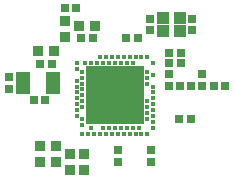
<source format=gts>
G04*
G04 #@! TF.GenerationSoftware,Altium Limited,Altium Designer,19.0.15 (446)*
G04*
G04 Layer_Color=8388736*
%FSLAX24Y24*%
%MOIN*%
G70*
G01*
G75*
%ADD23R,0.0296X0.0257*%
%ADD24R,0.0316X0.0257*%
%ADD25R,0.0257X0.0296*%
%ADD26R,0.0375X0.0355*%
%ADD27R,0.0434X0.0395*%
%ADD28R,0.0355X0.0375*%
%ADD29C,0.0148*%
%ADD30R,0.1949X0.1949*%
%ADD31R,0.0454X0.0769*%
D23*
X2205Y1073D02*
D03*
X1811D02*
D03*
X758Y1900D02*
D03*
X364D02*
D03*
X2126Y-787D02*
D03*
X2520D02*
D03*
X1811Y1427D02*
D03*
X2205D02*
D03*
X-2096Y1033D02*
D03*
X-2490D02*
D03*
X-2314Y-167D02*
D03*
X-2708D02*
D03*
X-1127Y1900D02*
D03*
X-733D02*
D03*
D24*
X3293Y302D02*
D03*
X3667D02*
D03*
X2165Y302D02*
D03*
X2539Y302D02*
D03*
X-1673Y2904D02*
D03*
X-1299D02*
D03*
D25*
X2916Y323D02*
D03*
Y717D02*
D03*
X1792Y305D02*
D03*
Y699D02*
D03*
X1191Y-1821D02*
D03*
Y-2215D02*
D03*
X98Y-1821D02*
D03*
Y-2215D02*
D03*
X2574Y2557D02*
D03*
Y2164D02*
D03*
X1174Y2164D02*
D03*
Y2557D02*
D03*
X-3515Y217D02*
D03*
Y610D02*
D03*
D26*
X-1959Y-2215D02*
D03*
Y-1683D02*
D03*
X-2490Y-2215D02*
D03*
Y-1683D02*
D03*
X-1673Y2490D02*
D03*
Y1959D02*
D03*
X-1496Y-2500D02*
D03*
Y-1969D02*
D03*
X-1033Y-2500D02*
D03*
Y-1969D02*
D03*
D27*
X1589Y2134D02*
D03*
Y2587D02*
D03*
X2160D02*
D03*
Y2134D02*
D03*
D28*
X-2549Y1467D02*
D03*
X-2018D02*
D03*
X-1191Y2309D02*
D03*
X-659D02*
D03*
D29*
X886Y1280D02*
D03*
X-492D02*
D03*
X-295D02*
D03*
X-98D02*
D03*
X98D02*
D03*
X295D02*
D03*
X492D02*
D03*
X689D02*
D03*
X1083D02*
D03*
X-1280Y1083D02*
D03*
X-984D02*
D03*
X-787D02*
D03*
X-591D02*
D03*
X-394D02*
D03*
X-197D02*
D03*
X0D02*
D03*
X197D02*
D03*
X394D02*
D03*
X591D02*
D03*
X1280D02*
D03*
X1083Y787D02*
D03*
X-1280Y886D02*
D03*
X-1083Y787D02*
D03*
X1280Y689D02*
D03*
X-1083Y591D02*
D03*
X1083D02*
D03*
X-1280Y492D02*
D03*
X-1083Y394D02*
D03*
X1083D02*
D03*
X-1280Y295D02*
D03*
X1280D02*
D03*
X-1083Y197D02*
D03*
X-1280Y98D02*
D03*
X1280D02*
D03*
X-1083Y0D02*
D03*
X-1280Y-98D02*
D03*
X1280D02*
D03*
X-1083Y-197D02*
D03*
X1083D02*
D03*
X-1280Y-295D02*
D03*
X1280D02*
D03*
X-1083Y-394D02*
D03*
X1083D02*
D03*
X-1280Y-492D02*
D03*
X1280D02*
D03*
X1083Y-591D02*
D03*
X-1280Y-689D02*
D03*
X1280D02*
D03*
X-1083Y-787D02*
D03*
X1083D02*
D03*
X1280Y-886D02*
D03*
X-1083Y-984D02*
D03*
X-787Y-1083D02*
D03*
X-394D02*
D03*
X-197D02*
D03*
X0D02*
D03*
X197D02*
D03*
X394D02*
D03*
X591D02*
D03*
X787D02*
D03*
X1280D02*
D03*
X-1083Y-1280D02*
D03*
X-886D02*
D03*
X-689D02*
D03*
X-492D02*
D03*
X-295D02*
D03*
X-98D02*
D03*
X98D02*
D03*
X295D02*
D03*
X492D02*
D03*
X689D02*
D03*
X886D02*
D03*
X1083D02*
D03*
D30*
X0Y0D02*
D03*
D31*
X-2078Y404D02*
D03*
X-3062D02*
D03*
M02*

</source>
